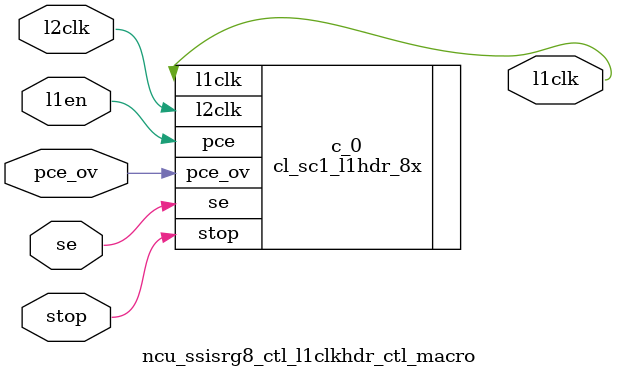
<source format=v>
module ncu_ssisrg8_ctl (
  iol2clk, 
  tcu_pce_ov, 
  tcu_clk_stop, 
  tcu_scan_en, 
  tcu_aclk, 
  tcu_bclk, 
  scan_in, 
  scan_out, 
  s_in, 
  p_in, 
  shift_n, 
  load_n, 
  p_out) ;
wire p_out_ff_scanin;
wire p_out_ff_scanout;
wire l1clk;
wire siclk;
wire soclk;
wire se;
wire pce_ov;
wire stop;


input  iol2clk;
input  tcu_pce_ov;
input  tcu_clk_stop;
input  tcu_scan_en;
input  tcu_aclk;
input  tcu_bclk;
input  scan_in;
output scan_out;
input  s_in;
input  [7:0] p_in;
input  shift_n;
input  load_n;
output [7:0] p_out;  

reg  [7:0]  p_out_n;

always@(p_in or s_in or load_n or shift_n or p_out) begin
    case({load_n,shift_n})
    2'b01   : p_out_n[7:0] =  p_in[7:0] ;
    2'b10   : p_out_n[7:0] = {p_out[6:0],s_in} ;
    default : p_out_n[7:0] =  p_out[7:0] ;
    endcase
end

ncu_ssisrg8_ctl_msff_ctl_macro__width_8 p_out_ff 
				(
				.scan_in(p_out_ff_scanin),
				.scan_out(p_out_ff_scanout),
				.dout		(p_out[7:0]),
				.l1clk		(l1clk),
				.din		(p_out_n[7:0]),
  .siclk(siclk),
  .soclk(soclk)
				);



/**** adding clock header ****/
ncu_ssisrg8_ctl_l1clkhdr_ctl_macro clkgen (
				.l2clk	(iol2clk),
				.l1en	(1'b1),
				.l1clk	(l1clk),
  .pce_ov(pce_ov),
  .stop(stop),
  .se(se)
				);

/*** building tcu port ***/
assign	siclk = tcu_aclk;
assign	soclk = tcu_bclk;
assign	   se = tcu_scan_en;
assign	pce_ov = tcu_pce_ov;
assign	stop = tcu_clk_stop;

// fixscan start:
assign p_out_ff_scanin           = scan_in                  ;
assign scan_out                  = p_out_ff_scanout         ;
// fixscan end:
endmodule








// any PARAMS parms go into naming of macro

module ncu_ssisrg8_ctl_msff_ctl_macro__width_8 (
  din, 
  l1clk, 
  scan_in, 
  siclk, 
  soclk, 
  dout, 
  scan_out);
wire [7:0] fdin;
wire [6:0] so;

  input [7:0] din;
  input l1clk;
  input scan_in;


  input siclk;
  input soclk;

  output [7:0] dout;
  output scan_out;
assign fdin[7:0] = din[7:0];






dff /*#(8)*/  d0_0 (
.l1clk(l1clk),
.siclk(siclk),
.soclk(soclk),
.d(fdin[7:0]),
.si({scan_in,so[6:0]}),
.so({so[6:0],scan_out}),
.q(dout[7:0])
);












endmodule













// any PARAMS parms go into naming of macro

module ncu_ssisrg8_ctl_l1clkhdr_ctl_macro (
  l2clk, 
  l1en, 
  pce_ov, 
  stop, 
  se, 
  l1clk);


  input l2clk;
  input l1en;
  input pce_ov;
  input stop;
  input se;
  output l1clk;



 

cl_sc1_l1hdr_8x c_0 (


   .l2clk(l2clk),
   .pce(l1en),
   .l1clk(l1clk),
  .se(se),
  .pce_ov(pce_ov),
  .stop(stop)
);



endmodule









</source>
